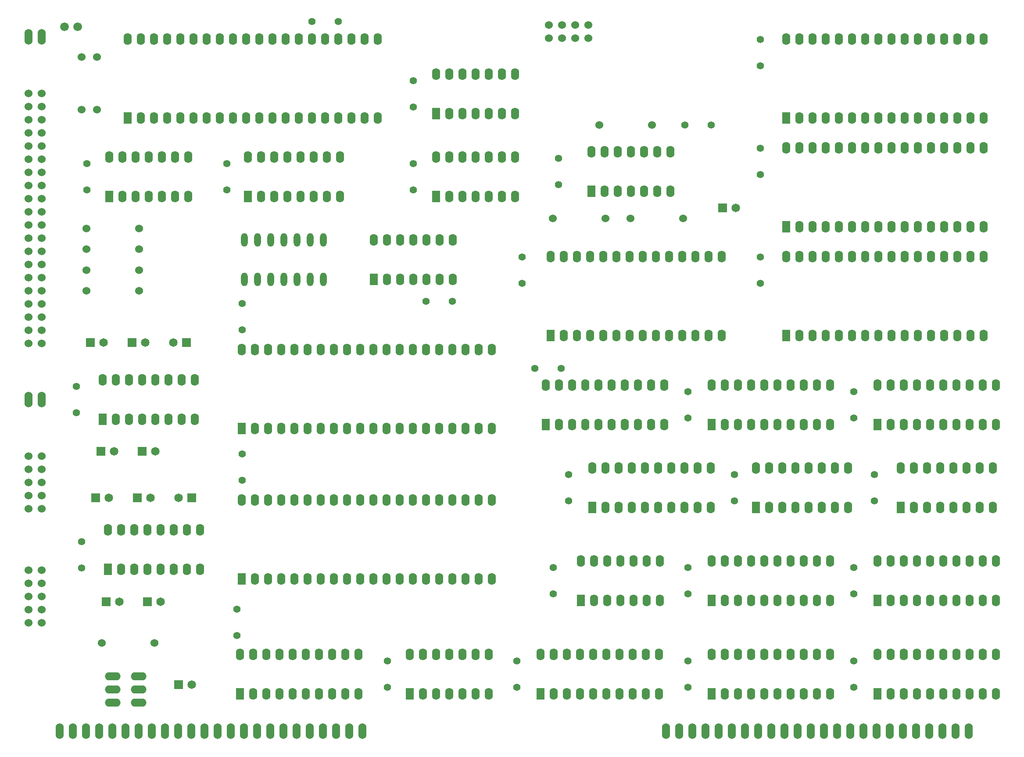
<source format=gts>
G04 (created by PCBNEW (2013-dec-23)-stable) date dom 04 gen 2015 17:22:54 CET*
%MOIN*%
G04 Gerber Fmt 3.4, Leading zero omitted, Abs format*
%FSLAX34Y34*%
G01*
G70*
G90*
G04 APERTURE LIST*
%ADD10C,0.00590551*%
%ADD11C,0.06*%
%ADD12O,0.06X0.12*%
%ADD13O,0.0514X0.1029*%
%ADD14C,0.066*%
%ADD15R,0.062X0.09*%
%ADD16O,0.062X0.09*%
%ADD17C,0.055*%
%ADD18R,0.065X0.065*%
%ADD19C,0.065*%
%ADD20O,0.12X0.06*%
G04 APERTURE END LIST*
G54D10*
G54D11*
X19972Y-38137D03*
X20972Y-38137D03*
X19972Y-39137D03*
X20972Y-39137D03*
X19972Y-40137D03*
X20972Y-40137D03*
X19972Y-41137D03*
X20972Y-41137D03*
X19972Y-42137D03*
X20972Y-42137D03*
X19972Y-43137D03*
X20972Y-43137D03*
X19972Y-44137D03*
X20972Y-44137D03*
X19972Y-45137D03*
X20972Y-45137D03*
X19972Y-46137D03*
X20972Y-46137D03*
X19972Y-47137D03*
X20972Y-47137D03*
X19972Y-48137D03*
X20972Y-48137D03*
X19972Y-49137D03*
X20972Y-49137D03*
X19972Y-50137D03*
X20972Y-50137D03*
X19972Y-51137D03*
X20972Y-51137D03*
X19972Y-52137D03*
X20972Y-52137D03*
X19972Y-53137D03*
X20972Y-53137D03*
X19972Y-54137D03*
X20972Y-54137D03*
X19972Y-55137D03*
X20972Y-55137D03*
X19972Y-56137D03*
X20972Y-56137D03*
X19972Y-57137D03*
X20972Y-57137D03*
X20972Y-69716D03*
X19972Y-69716D03*
X20972Y-68716D03*
X19972Y-68716D03*
X20972Y-67716D03*
X19972Y-67716D03*
X20972Y-66716D03*
X19972Y-66716D03*
X20972Y-65716D03*
X19972Y-65716D03*
X20972Y-78377D03*
X19972Y-78377D03*
X20972Y-77377D03*
X19972Y-77377D03*
X20972Y-76377D03*
X19972Y-76377D03*
X20972Y-75377D03*
X19972Y-75377D03*
X20972Y-74377D03*
X19972Y-74377D03*
G54D12*
X19972Y-33858D03*
X20972Y-33858D03*
X19972Y-61417D03*
X20972Y-61417D03*
G54D13*
X36370Y-52287D03*
X37370Y-52287D03*
X38370Y-52287D03*
X39370Y-52287D03*
X40370Y-52287D03*
X41370Y-52287D03*
X42370Y-52287D03*
X42370Y-49287D03*
X41370Y-49287D03*
X40370Y-49287D03*
X39370Y-49287D03*
X38370Y-49287D03*
X37370Y-49287D03*
X36370Y-49287D03*
G54D14*
X23728Y-33070D03*
X22728Y-33070D03*
G54D15*
X36169Y-63629D03*
G54D16*
X37169Y-63629D03*
X38169Y-63629D03*
X39169Y-63629D03*
X40169Y-63629D03*
X41169Y-63629D03*
X42169Y-63629D03*
X43169Y-63629D03*
X44169Y-63629D03*
X45169Y-63629D03*
X46169Y-63629D03*
X47169Y-63629D03*
X48169Y-63629D03*
X49169Y-63629D03*
X50169Y-63629D03*
X51169Y-63629D03*
X52169Y-63629D03*
X53169Y-63629D03*
X54169Y-63629D03*
X55169Y-63629D03*
X55169Y-57629D03*
X54169Y-57629D03*
X53169Y-57629D03*
X52169Y-57629D03*
X51169Y-57629D03*
X50169Y-57629D03*
X49169Y-57629D03*
X48169Y-57629D03*
X47169Y-57629D03*
X46169Y-57629D03*
X45169Y-57629D03*
X44169Y-57629D03*
X43169Y-57629D03*
X42169Y-57629D03*
X41169Y-57629D03*
X40169Y-57629D03*
X39169Y-57629D03*
X38169Y-57629D03*
X37169Y-57629D03*
X36169Y-57629D03*
G54D15*
X27507Y-40007D03*
G54D16*
X28507Y-40007D03*
X29507Y-40007D03*
X30507Y-40007D03*
X31507Y-40007D03*
X32507Y-40007D03*
X33507Y-40007D03*
X34507Y-40007D03*
X35507Y-40007D03*
X36507Y-40007D03*
X37507Y-40007D03*
X38507Y-40007D03*
X39507Y-40007D03*
X40507Y-40007D03*
X41507Y-40007D03*
X42507Y-40007D03*
X43507Y-40007D03*
X44507Y-40007D03*
X45507Y-40007D03*
X46507Y-40007D03*
X46507Y-34007D03*
X45507Y-34007D03*
X44507Y-34007D03*
X43507Y-34007D03*
X42507Y-34007D03*
X41507Y-34007D03*
X40507Y-34007D03*
X39507Y-34007D03*
X38507Y-34007D03*
X37507Y-34007D03*
X36507Y-34007D03*
X35507Y-34007D03*
X34507Y-34007D03*
X33507Y-34007D03*
X32507Y-34007D03*
X31507Y-34007D03*
X30507Y-34007D03*
X29507Y-34007D03*
X28507Y-34007D03*
X27507Y-34007D03*
G54D15*
X36169Y-75047D03*
G54D16*
X37169Y-75047D03*
X38169Y-75047D03*
X39169Y-75047D03*
X40169Y-75047D03*
X41169Y-75047D03*
X42169Y-75047D03*
X43169Y-75047D03*
X44169Y-75047D03*
X45169Y-75047D03*
X46169Y-75047D03*
X47169Y-75047D03*
X48169Y-75047D03*
X49169Y-75047D03*
X50169Y-75047D03*
X51169Y-75047D03*
X52169Y-75047D03*
X53169Y-75047D03*
X54169Y-75047D03*
X55169Y-75047D03*
X55169Y-69047D03*
X54169Y-69047D03*
X53169Y-69047D03*
X52169Y-69047D03*
X51169Y-69047D03*
X50169Y-69047D03*
X49169Y-69047D03*
X48169Y-69047D03*
X47169Y-69047D03*
X46169Y-69047D03*
X45169Y-69047D03*
X44169Y-69047D03*
X43169Y-69047D03*
X42169Y-69047D03*
X41169Y-69047D03*
X40169Y-69047D03*
X39169Y-69047D03*
X38169Y-69047D03*
X37169Y-69047D03*
X36169Y-69047D03*
G54D15*
X77539Y-56543D03*
G54D16*
X78539Y-56543D03*
X79539Y-56543D03*
X80539Y-56543D03*
X81539Y-56543D03*
X82539Y-56543D03*
X83539Y-56543D03*
X84539Y-56543D03*
X85539Y-56543D03*
X86539Y-56543D03*
X87539Y-56543D03*
X88539Y-56543D03*
X89539Y-56543D03*
X90539Y-56543D03*
X91539Y-56543D03*
X92539Y-56543D03*
X92539Y-50543D03*
X91539Y-50543D03*
X90539Y-50543D03*
X89539Y-50543D03*
X88539Y-50543D03*
X87539Y-50543D03*
X86539Y-50543D03*
X85539Y-50543D03*
X84539Y-50543D03*
X83539Y-50543D03*
X82539Y-50543D03*
X81539Y-50543D03*
X80539Y-50543D03*
X79539Y-50543D03*
X78539Y-50543D03*
X77539Y-50543D03*
G54D15*
X77539Y-40007D03*
G54D16*
X78539Y-40007D03*
X79539Y-40007D03*
X80539Y-40007D03*
X81539Y-40007D03*
X82539Y-40007D03*
X83539Y-40007D03*
X84539Y-40007D03*
X85539Y-40007D03*
X86539Y-40007D03*
X87539Y-40007D03*
X88539Y-40007D03*
X89539Y-40007D03*
X90539Y-40007D03*
X91539Y-40007D03*
X92539Y-40007D03*
X92539Y-34007D03*
X91539Y-34007D03*
X90539Y-34007D03*
X89539Y-34007D03*
X88539Y-34007D03*
X87539Y-34007D03*
X86539Y-34007D03*
X85539Y-34007D03*
X84539Y-34007D03*
X83539Y-34007D03*
X82539Y-34007D03*
X81539Y-34007D03*
X80539Y-34007D03*
X79539Y-34007D03*
X78539Y-34007D03*
X77539Y-34007D03*
G54D15*
X77539Y-48275D03*
G54D16*
X78539Y-48275D03*
X79539Y-48275D03*
X80539Y-48275D03*
X81539Y-48275D03*
X82539Y-48275D03*
X83539Y-48275D03*
X84539Y-48275D03*
X85539Y-48275D03*
X86539Y-48275D03*
X87539Y-48275D03*
X88539Y-48275D03*
X89539Y-48275D03*
X90539Y-48275D03*
X91539Y-48275D03*
X92539Y-48275D03*
X92539Y-42275D03*
X91539Y-42275D03*
X90539Y-42275D03*
X89539Y-42275D03*
X88539Y-42275D03*
X87539Y-42275D03*
X86539Y-42275D03*
X85539Y-42275D03*
X84539Y-42275D03*
X83539Y-42275D03*
X82539Y-42275D03*
X81539Y-42275D03*
X80539Y-42275D03*
X79539Y-42275D03*
X78539Y-42275D03*
X77539Y-42275D03*
G54D15*
X84476Y-83783D03*
G54D16*
X85476Y-83783D03*
X86476Y-83783D03*
X87476Y-83783D03*
X88476Y-83783D03*
X89476Y-83783D03*
X90476Y-83783D03*
X91476Y-83783D03*
X92476Y-83783D03*
X93476Y-83783D03*
X93476Y-80783D03*
X92476Y-80783D03*
X91476Y-80783D03*
X90476Y-80783D03*
X89476Y-80783D03*
X88476Y-80783D03*
X87476Y-80783D03*
X86476Y-80783D03*
X85476Y-80783D03*
X84476Y-80783D03*
G54D15*
X59279Y-63311D03*
G54D16*
X60279Y-63311D03*
X61279Y-63311D03*
X62279Y-63311D03*
X63279Y-63311D03*
X64279Y-63311D03*
X65279Y-63311D03*
X66279Y-63311D03*
X67279Y-63311D03*
X68279Y-63311D03*
X68279Y-60311D03*
X67279Y-60311D03*
X66279Y-60311D03*
X65279Y-60311D03*
X64279Y-60311D03*
X63279Y-60311D03*
X62279Y-60311D03*
X61279Y-60311D03*
X60279Y-60311D03*
X59279Y-60311D03*
G54D15*
X71877Y-63311D03*
G54D16*
X72877Y-63311D03*
X73877Y-63311D03*
X74877Y-63311D03*
X75877Y-63311D03*
X76877Y-63311D03*
X77877Y-63311D03*
X78877Y-63311D03*
X79877Y-63311D03*
X80877Y-63311D03*
X80877Y-60311D03*
X79877Y-60311D03*
X78877Y-60311D03*
X77877Y-60311D03*
X76877Y-60311D03*
X75877Y-60311D03*
X74877Y-60311D03*
X73877Y-60311D03*
X72877Y-60311D03*
X71877Y-60311D03*
G54D15*
X71877Y-76696D03*
G54D16*
X72877Y-76696D03*
X73877Y-76696D03*
X74877Y-76696D03*
X75877Y-76696D03*
X76877Y-76696D03*
X77877Y-76696D03*
X78877Y-76696D03*
X79877Y-76696D03*
X80877Y-76696D03*
X80877Y-73696D03*
X79877Y-73696D03*
X78877Y-73696D03*
X77877Y-73696D03*
X76877Y-73696D03*
X75877Y-73696D03*
X74877Y-73696D03*
X73877Y-73696D03*
X72877Y-73696D03*
X71877Y-73696D03*
G54D15*
X62822Y-69610D03*
G54D16*
X63822Y-69610D03*
X64822Y-69610D03*
X65822Y-69610D03*
X66822Y-69610D03*
X67822Y-69610D03*
X68822Y-69610D03*
X69822Y-69610D03*
X70822Y-69610D03*
X71822Y-69610D03*
X71822Y-66610D03*
X70822Y-66610D03*
X69822Y-66610D03*
X68822Y-66610D03*
X67822Y-66610D03*
X66822Y-66610D03*
X65822Y-66610D03*
X64822Y-66610D03*
X63822Y-66610D03*
X62822Y-66610D03*
G54D15*
X84476Y-63311D03*
G54D16*
X85476Y-63311D03*
X86476Y-63311D03*
X87476Y-63311D03*
X88476Y-63311D03*
X89476Y-63311D03*
X90476Y-63311D03*
X91476Y-63311D03*
X92476Y-63311D03*
X93476Y-63311D03*
X93476Y-60311D03*
X92476Y-60311D03*
X91476Y-60311D03*
X90476Y-60311D03*
X89476Y-60311D03*
X88476Y-60311D03*
X87476Y-60311D03*
X86476Y-60311D03*
X85476Y-60311D03*
X84476Y-60311D03*
G54D15*
X84476Y-76696D03*
G54D16*
X85476Y-76696D03*
X86476Y-76696D03*
X87476Y-76696D03*
X88476Y-76696D03*
X89476Y-76696D03*
X90476Y-76696D03*
X91476Y-76696D03*
X92476Y-76696D03*
X93476Y-76696D03*
X93476Y-73696D03*
X92476Y-73696D03*
X91476Y-73696D03*
X90476Y-73696D03*
X89476Y-73696D03*
X88476Y-73696D03*
X87476Y-73696D03*
X86476Y-73696D03*
X85476Y-73696D03*
X84476Y-73696D03*
G54D15*
X36051Y-83783D03*
G54D16*
X37051Y-83783D03*
X38051Y-83783D03*
X39051Y-83783D03*
X40051Y-83783D03*
X41051Y-83783D03*
X42051Y-83783D03*
X43051Y-83783D03*
X44051Y-83783D03*
X45051Y-83783D03*
X45051Y-80783D03*
X44051Y-80783D03*
X43051Y-80783D03*
X42051Y-80783D03*
X41051Y-80783D03*
X40051Y-80783D03*
X39051Y-80783D03*
X38051Y-80783D03*
X37051Y-80783D03*
X36051Y-80783D03*
G54D15*
X58885Y-83783D03*
G54D16*
X59885Y-83783D03*
X60885Y-83783D03*
X61885Y-83783D03*
X62885Y-83783D03*
X63885Y-83783D03*
X64885Y-83783D03*
X65885Y-83783D03*
X66885Y-83783D03*
X67885Y-83783D03*
X67885Y-80783D03*
X66885Y-80783D03*
X65885Y-80783D03*
X64885Y-80783D03*
X63885Y-80783D03*
X62885Y-80783D03*
X61885Y-80783D03*
X60885Y-80783D03*
X59885Y-80783D03*
X58885Y-80783D03*
G54D15*
X71877Y-83783D03*
G54D16*
X72877Y-83783D03*
X73877Y-83783D03*
X74877Y-83783D03*
X75877Y-83783D03*
X76877Y-83783D03*
X77877Y-83783D03*
X78877Y-83783D03*
X79877Y-83783D03*
X80877Y-83783D03*
X80877Y-80783D03*
X79877Y-80783D03*
X78877Y-80783D03*
X77877Y-80783D03*
X76877Y-80783D03*
X75877Y-80783D03*
X74877Y-80783D03*
X73877Y-80783D03*
X72877Y-80783D03*
X71877Y-80783D03*
G54D15*
X26027Y-74334D03*
G54D16*
X27027Y-74334D03*
X28027Y-74334D03*
X29027Y-74334D03*
X30027Y-74334D03*
X31027Y-74334D03*
X32027Y-74334D03*
X33027Y-74334D03*
X33027Y-71334D03*
X32027Y-71334D03*
X31027Y-71334D03*
X30027Y-71334D03*
X29027Y-71334D03*
X28027Y-71334D03*
X27027Y-71334D03*
X26027Y-71334D03*
G54D15*
X25633Y-62917D03*
G54D16*
X26633Y-62917D03*
X27633Y-62917D03*
X28633Y-62917D03*
X29633Y-62917D03*
X30633Y-62917D03*
X31633Y-62917D03*
X32633Y-62917D03*
X32633Y-59917D03*
X31633Y-59917D03*
X30633Y-59917D03*
X29633Y-59917D03*
X28633Y-59917D03*
X27633Y-59917D03*
X26633Y-59917D03*
X25633Y-59917D03*
G54D15*
X36657Y-45988D03*
G54D16*
X37657Y-45988D03*
X38657Y-45988D03*
X39657Y-45988D03*
X40657Y-45988D03*
X41657Y-45988D03*
X42657Y-45988D03*
X43657Y-45988D03*
X43657Y-42988D03*
X42657Y-42988D03*
X41657Y-42988D03*
X40657Y-42988D03*
X39657Y-42988D03*
X38657Y-42988D03*
X37657Y-42988D03*
X36657Y-42988D03*
G54D15*
X75240Y-69610D03*
G54D16*
X76240Y-69610D03*
X77240Y-69610D03*
X78240Y-69610D03*
X79240Y-69610D03*
X80240Y-69610D03*
X81240Y-69610D03*
X82240Y-69610D03*
X82240Y-66610D03*
X81240Y-66610D03*
X80240Y-66610D03*
X79240Y-66610D03*
X78240Y-66610D03*
X77240Y-66610D03*
X76240Y-66610D03*
X75240Y-66610D03*
G54D15*
X86263Y-69610D03*
G54D16*
X87263Y-69610D03*
X88263Y-69610D03*
X89263Y-69610D03*
X90263Y-69610D03*
X91263Y-69610D03*
X92263Y-69610D03*
X93263Y-69610D03*
X93263Y-66610D03*
X92263Y-66610D03*
X91263Y-66610D03*
X90263Y-66610D03*
X89263Y-66610D03*
X88263Y-66610D03*
X87263Y-66610D03*
X86263Y-66610D03*
G54D15*
X61960Y-76696D03*
G54D16*
X62960Y-76696D03*
X63960Y-76696D03*
X64960Y-76696D03*
X65960Y-76696D03*
X66960Y-76696D03*
X67960Y-76696D03*
X67960Y-73696D03*
X66960Y-73696D03*
X65960Y-73696D03*
X64960Y-73696D03*
X63960Y-73696D03*
X62960Y-73696D03*
X61960Y-73696D03*
G54D15*
X50937Y-39688D03*
G54D16*
X51937Y-39688D03*
X52937Y-39688D03*
X53937Y-39688D03*
X54937Y-39688D03*
X55937Y-39688D03*
X56937Y-39688D03*
X56937Y-36688D03*
X55937Y-36688D03*
X54937Y-36688D03*
X53937Y-36688D03*
X52937Y-36688D03*
X51937Y-36688D03*
X50937Y-36688D03*
G54D15*
X46212Y-52287D03*
G54D16*
X47212Y-52287D03*
X48212Y-52287D03*
X49212Y-52287D03*
X50212Y-52287D03*
X51212Y-52287D03*
X52212Y-52287D03*
X52212Y-49287D03*
X51212Y-49287D03*
X50212Y-49287D03*
X49212Y-49287D03*
X48212Y-49287D03*
X47212Y-49287D03*
X46212Y-49287D03*
G54D15*
X48968Y-83783D03*
G54D16*
X49968Y-83783D03*
X50968Y-83783D03*
X51968Y-83783D03*
X52968Y-83783D03*
X53968Y-83783D03*
X54968Y-83783D03*
X54968Y-80783D03*
X53968Y-80783D03*
X52968Y-80783D03*
X51968Y-80783D03*
X50968Y-80783D03*
X49968Y-80783D03*
X48968Y-80783D03*
G54D15*
X62748Y-45594D03*
G54D16*
X63748Y-45594D03*
X64748Y-45594D03*
X65748Y-45594D03*
X66748Y-45594D03*
X67748Y-45594D03*
X68748Y-45594D03*
X68748Y-42594D03*
X67748Y-42594D03*
X66748Y-42594D03*
X65748Y-42594D03*
X64748Y-42594D03*
X63748Y-42594D03*
X62748Y-42594D03*
G54D15*
X50937Y-45988D03*
G54D16*
X51937Y-45988D03*
X52937Y-45988D03*
X53937Y-45988D03*
X54937Y-45988D03*
X55937Y-45988D03*
X56937Y-45988D03*
X56937Y-42988D03*
X55937Y-42988D03*
X54937Y-42988D03*
X53937Y-42988D03*
X52937Y-42988D03*
X51937Y-42988D03*
X50937Y-42988D03*
G54D15*
X26133Y-45988D03*
G54D16*
X27133Y-45988D03*
X28133Y-45988D03*
X29133Y-45988D03*
X30133Y-45988D03*
X31133Y-45988D03*
X32133Y-45988D03*
X32133Y-42988D03*
X31133Y-42988D03*
X30133Y-42988D03*
X29133Y-42988D03*
X28133Y-42988D03*
X27133Y-42988D03*
X26133Y-42988D03*
G54D17*
X41519Y-32677D03*
X43519Y-32677D03*
X24409Y-43488D03*
X24409Y-45488D03*
X50181Y-53937D03*
X52181Y-53937D03*
X36220Y-56118D03*
X36220Y-54118D03*
X24015Y-72228D03*
X24015Y-74228D03*
X75590Y-42307D03*
X75590Y-44307D03*
X61023Y-67110D03*
X61023Y-69110D03*
X35826Y-79346D03*
X35826Y-77346D03*
X57086Y-81283D03*
X57086Y-83283D03*
X70078Y-81283D03*
X70078Y-83283D03*
X82677Y-81283D03*
X82677Y-83283D03*
X60236Y-43094D03*
X60236Y-45094D03*
X59842Y-74196D03*
X59842Y-76196D03*
X60448Y-59055D03*
X58448Y-59055D03*
X36220Y-67535D03*
X36220Y-65535D03*
X23622Y-60417D03*
X23622Y-62417D03*
X70078Y-60811D03*
X70078Y-62811D03*
X82677Y-60811D03*
X82677Y-62811D03*
X73622Y-67110D03*
X73622Y-69110D03*
X84251Y-67110D03*
X84251Y-69110D03*
X70078Y-74196D03*
X70078Y-76196D03*
X82677Y-74196D03*
X82677Y-76196D03*
X35039Y-45488D03*
X35039Y-43488D03*
X49212Y-39188D03*
X49212Y-37188D03*
X49212Y-45488D03*
X49212Y-43488D03*
X47244Y-81283D03*
X47244Y-83283D03*
X57480Y-50574D03*
X57480Y-52574D03*
X75590Y-34039D03*
X75590Y-36039D03*
X75590Y-50574D03*
X75590Y-52574D03*
G54D18*
X24696Y-57086D03*
G54D19*
X25696Y-57086D03*
G54D18*
X32389Y-68897D03*
G54D19*
X31389Y-68897D03*
G54D18*
X27846Y-57086D03*
G54D19*
X28846Y-57086D03*
G54D18*
X25090Y-68897D03*
G54D19*
X26090Y-68897D03*
G54D18*
X28240Y-68897D03*
G54D19*
X29240Y-68897D03*
G54D18*
X31996Y-57086D03*
G54D19*
X30996Y-57086D03*
G54D18*
X28633Y-65354D03*
G54D19*
X29633Y-65354D03*
G54D18*
X25484Y-65354D03*
G54D19*
X26484Y-65354D03*
G54D18*
X29027Y-76771D03*
G54D19*
X30027Y-76771D03*
G54D18*
X25877Y-76771D03*
G54D19*
X26877Y-76771D03*
G54D11*
X59523Y-33964D03*
X59523Y-32964D03*
X60523Y-33964D03*
X60523Y-32964D03*
X61523Y-33964D03*
X61523Y-32964D03*
X62523Y-33964D03*
X62523Y-32964D03*
G54D12*
X68421Y-86614D03*
X69421Y-86614D03*
X70421Y-86614D03*
X71421Y-86614D03*
X72421Y-86614D03*
X73421Y-86614D03*
X74421Y-86614D03*
X75421Y-86614D03*
X76421Y-86614D03*
X77421Y-86614D03*
X78421Y-86614D03*
X79421Y-86614D03*
X80421Y-86614D03*
X81421Y-86614D03*
X82421Y-86614D03*
X83421Y-86614D03*
X84421Y-86614D03*
X85421Y-86614D03*
X86421Y-86614D03*
X87421Y-86614D03*
X88421Y-86614D03*
X89421Y-86614D03*
X90421Y-86614D03*
X91421Y-86614D03*
X22358Y-86614D03*
X23358Y-86614D03*
X24358Y-86614D03*
X25358Y-86614D03*
X26358Y-86614D03*
X27358Y-86614D03*
X28358Y-86614D03*
X29358Y-86614D03*
X30358Y-86614D03*
X31358Y-86614D03*
X32358Y-86614D03*
X33358Y-86614D03*
X34358Y-86614D03*
X35358Y-86614D03*
X36358Y-86614D03*
X37358Y-86614D03*
X38358Y-86614D03*
X39358Y-86614D03*
X40358Y-86614D03*
X41358Y-86614D03*
X42358Y-86614D03*
X43358Y-86614D03*
X44358Y-86614D03*
X45358Y-86614D03*
G54D20*
X26377Y-84464D03*
X26377Y-83464D03*
X26377Y-82464D03*
X28346Y-84464D03*
X28346Y-83464D03*
X28346Y-82464D03*
G54D15*
X59641Y-56543D03*
G54D16*
X60641Y-56543D03*
X61641Y-56543D03*
X62641Y-56543D03*
X63641Y-56543D03*
X64641Y-56543D03*
X65641Y-56543D03*
X66641Y-56543D03*
X67641Y-56543D03*
X68641Y-56543D03*
X69641Y-56543D03*
X70641Y-56543D03*
X71641Y-56543D03*
X72641Y-56543D03*
X72641Y-50543D03*
X71641Y-50543D03*
X70641Y-50543D03*
X69641Y-50543D03*
X68641Y-50543D03*
X67641Y-50543D03*
X66641Y-50543D03*
X65641Y-50543D03*
X64641Y-50543D03*
X63641Y-50543D03*
X62641Y-50543D03*
X61641Y-50543D03*
X60641Y-50543D03*
X59641Y-50543D03*
G54D11*
X59811Y-47637D03*
X63811Y-47637D03*
X24377Y-51574D03*
X28377Y-51574D03*
X24377Y-50000D03*
X28377Y-50000D03*
X25196Y-39401D03*
X25196Y-35401D03*
X24015Y-39401D03*
X24015Y-35401D03*
X24377Y-48425D03*
X28377Y-48425D03*
X24377Y-53149D03*
X28377Y-53149D03*
X65716Y-47637D03*
X69716Y-47637D03*
X25559Y-79921D03*
X29559Y-79921D03*
X63354Y-40551D03*
X67354Y-40551D03*
G54D17*
X69866Y-40551D03*
X71866Y-40551D03*
G54D18*
X72728Y-46850D03*
G54D19*
X73728Y-46850D03*
G54D18*
X31389Y-83070D03*
G54D19*
X32389Y-83070D03*
M02*

</source>
